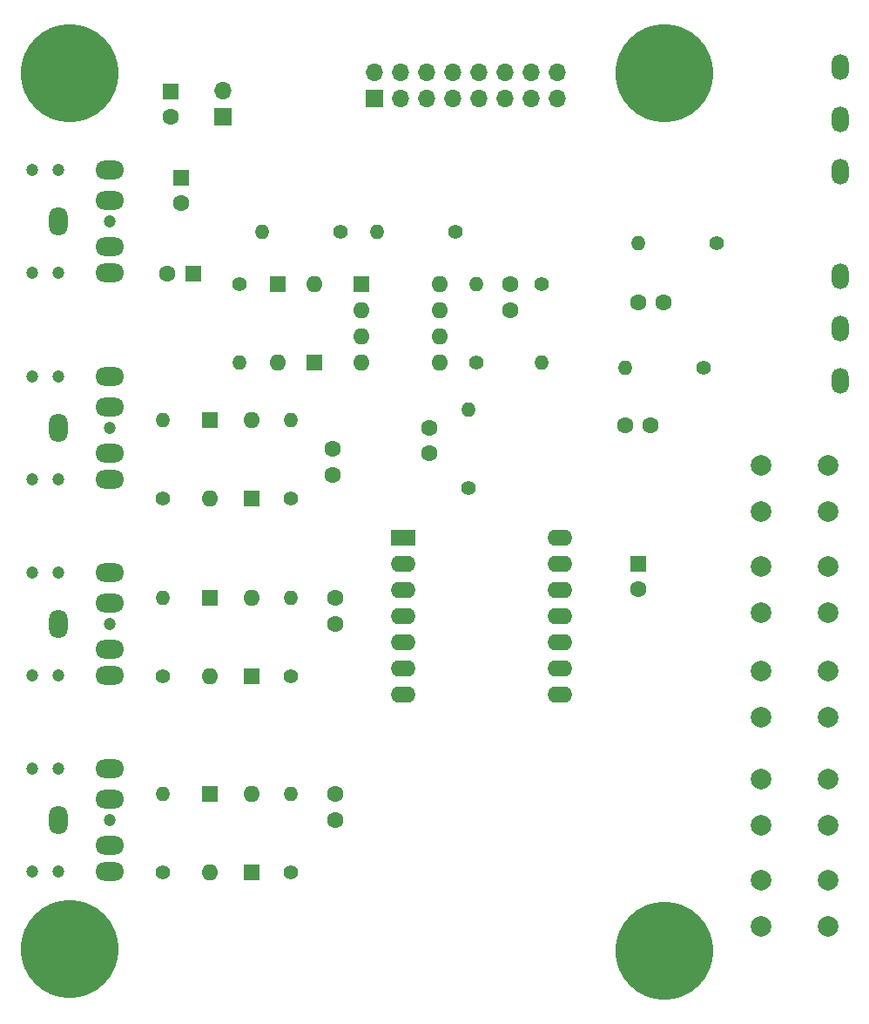
<source format=gbs>
%TF.GenerationSoftware,KiCad,Pcbnew,(6.0.1)*%
%TF.CreationDate,2022-10-04T15:25:36-04:00*%
%TF.ProjectId,SYNTH-VCO-01,53594e54-482d-4564-934f-2d30312e6b69,1*%
%TF.SameCoordinates,Original*%
%TF.FileFunction,Soldermask,Bot*%
%TF.FilePolarity,Negative*%
%FSLAX46Y46*%
G04 Gerber Fmt 4.6, Leading zero omitted, Abs format (unit mm)*
G04 Created by KiCad (PCBNEW (6.0.1)) date 2022-10-04 15:25:36*
%MOMM*%
%LPD*%
G01*
G04 APERTURE LIST*
%ADD10R,1.600000X1.600000*%
%ADD11C,1.600000*%
%ADD12C,1.400000*%
%ADD13O,1.400000X1.400000*%
%ADD14O,1.600000X1.600000*%
%ADD15C,9.525000*%
%ADD16O,1.651000X2.540000*%
%ADD17C,2.000000*%
%ADD18C,1.200000*%
%ADD19O,2.800000X1.800000*%
%ADD20O,1.800000X2.800000*%
%ADD21R,1.700000X1.700000*%
%ADD22O,1.700000X1.700000*%
%ADD23R,2.400000X1.600000*%
%ADD24O,2.400000X1.600000*%
G04 APERTURE END LIST*
D10*
%TO.C,C2*%
X102870000Y-38672888D03*
D11*
X102870000Y-41172888D03*
%TD*%
D12*
%TO.C,R9*%
X101092000Y-69850000D03*
D13*
X101092000Y-62230000D03*
%TD*%
D10*
%TO.C,C9*%
X147320000Y-76200000D03*
D11*
X147320000Y-78700000D03*
%TD*%
D10*
%TO.C,D2*%
X115824000Y-56642000D03*
D14*
X115824000Y-49022000D03*
%TD*%
D15*
%TO.C,MTG2*%
X92075000Y-113665000D03*
%TD*%
D16*
%TO.C,RV2*%
X167005000Y-48260000D03*
X167005000Y-53340000D03*
X167005000Y-58420000D03*
%TD*%
D10*
%TO.C,D6*%
X109728000Y-87122000D03*
D14*
X109728000Y-79502000D03*
%TD*%
D10*
%TO.C,D8*%
X109728000Y-106172000D03*
D14*
X109728000Y-98552000D03*
%TD*%
D15*
%TO.C,MTG3*%
X149860000Y-28575000D03*
%TD*%
D17*
%TO.C,SW2*%
X165810000Y-76490000D03*
X159310000Y-76490000D03*
X159310000Y-80990000D03*
X165810000Y-80990000D03*
%TD*%
D10*
%TO.C,D5*%
X105664000Y-79502000D03*
D14*
X105664000Y-87122000D03*
%TD*%
D17*
%TO.C,SW1*%
X165810000Y-71120000D03*
X159310000Y-71120000D03*
X165810000Y-66620000D03*
X159310000Y-66620000D03*
%TD*%
D12*
%TO.C,R13*%
X101092000Y-106172000D03*
D13*
X101092000Y-98552000D03*
%TD*%
D12*
%TO.C,R3*%
X154940000Y-45085000D03*
D13*
X147320000Y-45085000D03*
%TD*%
D12*
%TO.C,R1*%
X118364000Y-43942000D03*
D13*
X110744000Y-43942000D03*
%TD*%
D18*
%TO.C,J5*%
X88448000Y-106092000D03*
X95948000Y-101092000D03*
X88448000Y-96092000D03*
X90948000Y-96092000D03*
X90948000Y-106092000D03*
D19*
X95948000Y-96092000D03*
X95948000Y-99092000D03*
D20*
X90948000Y-101092000D03*
D19*
X95948000Y-106092000D03*
X95948000Y-103592000D03*
%TD*%
D11*
%TO.C,C8*%
X117602000Y-65044000D03*
X117602000Y-67544000D03*
%TD*%
%TO.C,C10*%
X117856000Y-79522000D03*
X117856000Y-82022000D03*
%TD*%
D17*
%TO.C,SW4*%
X159310000Y-101600000D03*
X165810000Y-101600000D03*
X159310000Y-97100000D03*
X165810000Y-97100000D03*
%TD*%
D10*
%TO.C,D3*%
X105664000Y-62230000D03*
D14*
X105664000Y-69850000D03*
%TD*%
D11*
%TO.C,C6*%
X127000000Y-63000000D03*
X127000000Y-65500000D03*
%TD*%
D12*
%TO.C,R5*%
X131572000Y-56642000D03*
D13*
X131572000Y-49022000D03*
%TD*%
D12*
%TO.C,R10*%
X113538000Y-69850000D03*
D13*
X113538000Y-62230000D03*
%TD*%
D12*
%TO.C,R11*%
X101092000Y-87122000D03*
D13*
X101092000Y-79502000D03*
%TD*%
D11*
%TO.C,C11*%
X117856000Y-98572000D03*
X117856000Y-101072000D03*
%TD*%
D10*
%TO.C,D1*%
X112268000Y-49022000D03*
D14*
X112268000Y-56642000D03*
%TD*%
D17*
%TO.C,SW3*%
X159310000Y-86650000D03*
X165810000Y-86650000D03*
X159310000Y-91150000D03*
X165810000Y-91150000D03*
%TD*%
D10*
%TO.C,D7*%
X105664000Y-98552000D03*
D14*
X105664000Y-106172000D03*
%TD*%
D10*
%TO.C,U2*%
X120406000Y-49032000D03*
D14*
X120406000Y-51572000D03*
X120406000Y-54112000D03*
X120406000Y-56652000D03*
X128026000Y-56652000D03*
X128026000Y-54112000D03*
X128026000Y-51572000D03*
X128026000Y-49032000D03*
%TD*%
D12*
%TO.C,R4*%
X108585000Y-49022000D03*
D13*
X108585000Y-56642000D03*
%TD*%
D10*
%TO.C,D4*%
X109728000Y-69850000D03*
D14*
X109728000Y-62230000D03*
%TD*%
D11*
%TO.C,C4*%
X134874000Y-49042000D03*
X134874000Y-51542000D03*
%TD*%
D21*
%TO.C,J1*%
X121666000Y-31050000D03*
D22*
X121666000Y-28510000D03*
X124206000Y-31050000D03*
X124206000Y-28510000D03*
X126746000Y-31050000D03*
X126746000Y-28510000D03*
X129286000Y-31050000D03*
X129286000Y-28510000D03*
X131826000Y-31050000D03*
X131826000Y-28510000D03*
X134366000Y-31050000D03*
X134366000Y-28510000D03*
X136906000Y-31050000D03*
X136906000Y-28510000D03*
X139446000Y-31050000D03*
X139446000Y-28510000D03*
%TD*%
D12*
%TO.C,R7*%
X153670000Y-57150000D03*
D13*
X146050000Y-57150000D03*
%TD*%
D23*
%TO.C,U3*%
X124460000Y-73660000D03*
D24*
X124460000Y-76200000D03*
X124460000Y-78740000D03*
X124460000Y-81280000D03*
X124460000Y-83820000D03*
X124460000Y-86360000D03*
X124460000Y-88900000D03*
X139700000Y-88900000D03*
X139700000Y-86360000D03*
X139700000Y-83820000D03*
X139700000Y-81280000D03*
X139700000Y-78740000D03*
X139700000Y-76200000D03*
X139700000Y-73660000D03*
%TD*%
D21*
%TO.C,H1*%
X106934000Y-32771000D03*
D22*
X106934000Y-30231000D03*
%TD*%
D15*
%TO.C,MTG4*%
X149860000Y-113792000D03*
%TD*%
%TO.C,MTG1*%
X92075000Y-28575000D03*
%TD*%
D12*
%TO.C,R14*%
X113538000Y-106172000D03*
D13*
X113538000Y-98552000D03*
%TD*%
D11*
%TO.C,C5*%
X147320000Y-50800000D03*
X149820000Y-50800000D03*
%TD*%
D12*
%TO.C,R2*%
X129540000Y-43942000D03*
D13*
X121920000Y-43942000D03*
%TD*%
D17*
%TO.C,SW5*%
X165810000Y-106970000D03*
X159310000Y-106970000D03*
X165810000Y-111470000D03*
X159310000Y-111470000D03*
%TD*%
D16*
%TO.C,RV1*%
X167005000Y-27945000D03*
X167005000Y-33025000D03*
X167005000Y-38105000D03*
%TD*%
D12*
%TO.C,R6*%
X137922000Y-49022000D03*
D13*
X137922000Y-56642000D03*
%TD*%
D12*
%TO.C,R8*%
X130810000Y-68834000D03*
D13*
X130810000Y-61214000D03*
%TD*%
D18*
%TO.C,J3*%
X88448000Y-67992000D03*
X90948000Y-57992000D03*
X88448000Y-57992000D03*
X95948000Y-62992000D03*
X90948000Y-67992000D03*
D19*
X95948000Y-57992000D03*
X95948000Y-60992000D03*
D20*
X90948000Y-62992000D03*
D19*
X95948000Y-67992000D03*
X95948000Y-65492000D03*
%TD*%
D10*
%TO.C,C3*%
X104075113Y-48006000D03*
D11*
X101575113Y-48006000D03*
%TD*%
D18*
%TO.C,J4*%
X88448000Y-77042000D03*
X90948000Y-77042000D03*
X95948000Y-82042000D03*
X90948000Y-87042000D03*
X88448000Y-87042000D03*
D19*
X95948000Y-77042000D03*
X95948000Y-80042000D03*
D20*
X90948000Y-82042000D03*
D19*
X95948000Y-87042000D03*
X95948000Y-84542000D03*
%TD*%
D10*
%TO.C,C1*%
X101854000Y-30290888D03*
D11*
X101854000Y-32790888D03*
%TD*%
D18*
%TO.C,J2*%
X90948000Y-37926000D03*
X88448000Y-37926000D03*
X90948000Y-47926000D03*
X95948000Y-42926000D03*
X88448000Y-47926000D03*
D19*
X95948000Y-37926000D03*
X95948000Y-40926000D03*
D20*
X90948000Y-42926000D03*
D19*
X95948000Y-47926000D03*
X95948000Y-45426000D03*
%TD*%
D12*
%TO.C,R12*%
X113538000Y-87122000D03*
D13*
X113538000Y-79502000D03*
%TD*%
D11*
%TO.C,C7*%
X146070000Y-62738000D03*
X148570000Y-62738000D03*
%TD*%
M02*

</source>
